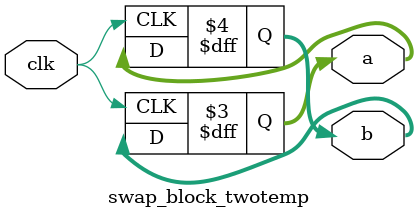
<source format=v>
`timescale 1ns / 1ps
module swap_block_twotemp(
    output reg [3:0] a,
    output reg [3:0] b,
    input clk
    );
	 initial
	 begin
	 //assign initial values for a and b
	 a = 4;
	 b = 3;
	 end
	 //Two temporary variables
	 integer tempa;
	 integer tempb;
	 always@(posedge clk)
	 begin 
	 tempa = a;
	 tempb = b;
	 a = tempb;
	 b = tempa;  
    end

endmodule

</source>
